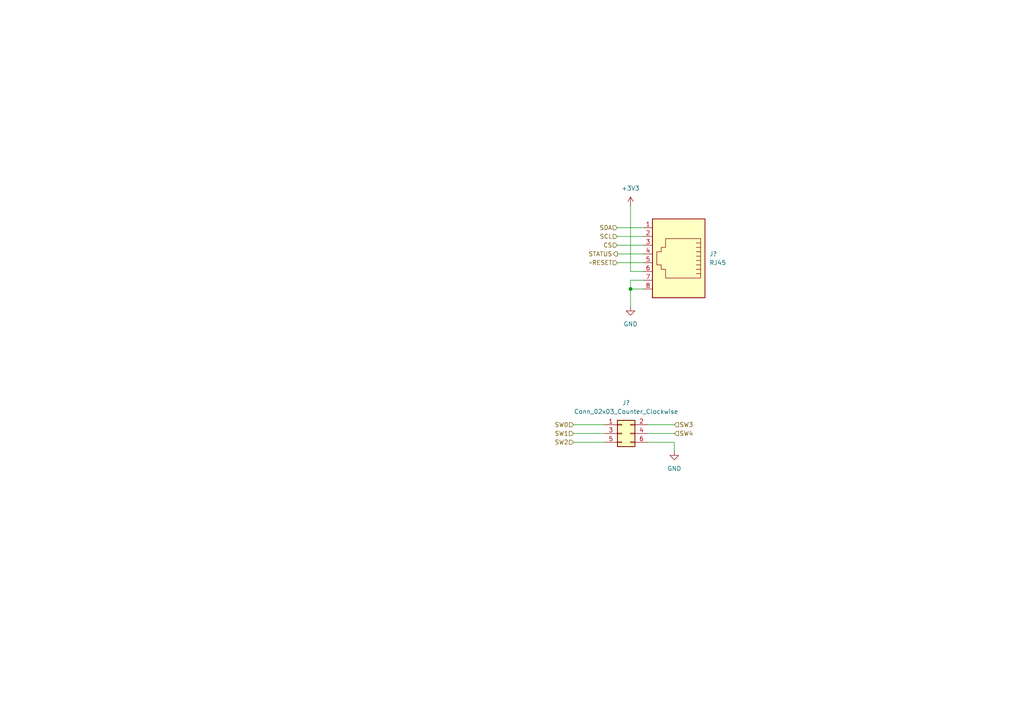
<source format=kicad_sch>
(kicad_sch (version 20211123) (generator eeschema)
  (paper "A4")
  (title_block (title "Irish Coffee Unlimited - Main") (date "2022-03-16") (rev "1") (company "DTUEliten"))
  (lib_symbols
    (symbol "Connector:RJ45" (pin_names (offset 1.016))
      (property "Reference" "J" (at -5.08 13.97 0))
      (property "Value" "RJ45" (at 2.54 13.97 0))
      (symbol "RJ45_0_1"
        (polyline (pts (xy -5.08 4.445) (xy -6.35 4.445)))
        (polyline (pts (xy -5.08 5.715) (xy -6.35 5.715)))
        (polyline (pts (xy -6.35 -3.175) (xy -5.08 -3.175) (xy -5.08 -3.175)))
        (polyline (pts (xy -6.35 -1.905) (xy -5.08 -1.905) (xy -5.08 -1.905)))
        (polyline (pts (xy -6.35 -0.635) (xy -5.08 -0.635) (xy -5.08 -0.635)))
        (polyline (pts (xy -6.35 0.635) (xy -5.08 0.635) (xy -5.08 0.635)))
        (polyline (pts (xy -6.35 1.905) (xy -5.08 1.905) (xy -5.08 1.905)))
        (polyline (pts (xy -5.08 3.175) (xy -6.35 3.175) (xy -6.35 3.175)))
        (polyline (pts (xy -6.35 -4.445) (xy -6.35 6.985) (xy 3.81 6.985) (xy 3.81 4.445) (xy 5.08 4.445) (xy 5.08 3.175) (xy 6.35 3.175) (xy 6.35 -0.635) (xy 5.08 -0.635) (xy 5.08 -1.905) (xy 3.81 -1.905) (xy 3.81 -4.445) (xy -6.35 -4.445) (xy -6.35 -4.445)))
        (rectangle (start 7.62 12.7) (end -7.62 -10.16) (stroke (width 0.254)) (fill (type background)))
      )
      (symbol "RJ45_1_1"
        (pin passive line (at 10.16 -7.62 180) (length 2.54) (name "~") (number "1"))
        (pin passive line (at 10.16 -5.08 180) (length 2.54) (name "~") (number "2"))
        (pin passive line (at 10.16 -2.54 180) (length 2.54) (name "~") (number "3"))
        (pin passive line (at 10.16 0 180) (length 2.54) (name "~") (number "4"))
        (pin passive line (at 10.16 2.54 180) (length 2.54) (name "~") (number "5"))
        (pin passive line (at 10.16 5.08 180) (length 2.54) (name "~") (number "6"))
        (pin passive line (at 10.16 7.62 180) (length 2.54) (name "~") (number "7"))
        (pin passive line (at 10.16 10.16 180) (length 2.54) (name "~") (number "8"))
      )
    )
    (symbol "Connector_Generic:Conn_02x03_Odd_Even" (pin_names (offset 1.016) hide)
      (property "Reference" "J" (at 1.27 5.08 0))
      (property "Value" "Conn_02x03_Odd_Even" (at 1.27 -5.08 0))
      (symbol "Conn_02x03_Odd_Even_1_1"
        (rectangle (start -1.27 -2.413) (end 0 -2.667) (stroke (width 0.1524)))
        (rectangle (start -1.27 0.127) (end 0 -0.127) (stroke (width 0.1524)))
        (rectangle (start -1.27 2.667) (end 0 2.413) (stroke (width 0.1524)))
        (rectangle (start -1.27 3.81) (end 3.81 -3.81) (stroke (width 0.254)) (fill (type background)))
        (rectangle (start 3.81 -2.413) (end 2.54 -2.667) (stroke (width 0.1524)))
        (rectangle (start 3.81 0.127) (end 2.54 -0.127) (stroke (width 0.1524)))
        (rectangle (start 3.81 2.667) (end 2.54 2.413) (stroke (width 0.1524)))
        (pin passive line (at -5.08 2.54 0) (length 3.81) (name "Pin_1") (number "1"))
        (pin passive line (at 7.62 2.54 180) (length 3.81) (name "Pin_2") (number "2"))
        (pin passive line (at -5.08 0 0) (length 3.81) (name "Pin_3") (number "3"))
        (pin passive line (at 7.62 0 180) (length 3.81) (name "Pin_4") (number "4"))
        (pin passive line (at -5.08 -2.54 0) (length 3.81) (name "Pin_5") (number "5"))
        (pin passive line (at 7.62 -2.54 180) (length 3.81) (name "Pin_6") (number "6"))
      )
    )
    (symbol "power:+3V3" (power) (pin_names (offset 0))
      (property "Value" "+3V3" (at 0 3.556 0))
      (symbol "+3V3_0_1"
        (polyline (pts (xy -0.762 1.27) (xy 0 2.54)))
        (polyline (pts (xy 0 0) (xy 0 2.54)))
        (polyline (pts (xy 0 2.54) (xy 0.762 1.27)))
      )
      (symbol "+3V3_1_1"
        (pin power_in line (at 0 0 90) (length 0) hide (name "+3V3") (number "1"))
      )
    )
    (symbol "power:GND" (power) (pin_names (offset 0))
      (property "Value" "GND" (at 0 -3.81 0))
      (symbol "GND_0_1"
        (polyline (pts (xy 0 0) (xy 0 -1.27) (xy 1.27 -1.27) (xy 0 -2.54) (xy -1.27 -1.27) (xy 0 -1.27)))
      )
      (symbol "GND_1_1"
        (pin power_in line (at 0 0 270) (length 0) hide (name "GND") (number "1"))
      )
    )
  )
  (junction (at 182.88 83.82))
  (wire (pts (xy 179.07 73.66) (xy 186.69 73.66)))
  (wire (pts (xy 182.88 59.69) (xy 182.88 78.74)))
  (wire (pts (xy 187.96 123.19) (xy 195.58 123.19)))
  (wire (pts (xy 182.88 81.28) (xy 182.88 83.82)))
  (wire (pts (xy 186.69 81.28) (xy 182.88 81.28)))
  (wire (pts (xy 166.37 123.19) (xy 175.26 123.19)))
  (wire (pts (xy 179.07 71.12) (xy 186.69 71.12)))
  (wire (pts (xy 166.37 128.27) (xy 175.26 128.27)))
  (wire (pts (xy 182.88 83.82) (xy 186.69 83.82)))
  (wire (pts (xy 179.07 66.04) (xy 186.69 66.04)))
  (wire (pts (xy 182.88 83.82) (xy 182.88 88.9)))
  (wire (pts (xy 179.07 76.2) (xy 186.69 76.2)))
  (wire (pts (xy 195.58 128.27) (xy 187.96 128.27)))
  (wire (pts (xy 182.88 78.74) (xy 186.69 78.74)))
  (wire (pts (xy 166.37 125.73) (xy 175.26 125.73)))
  (wire (pts (xy 179.07 68.58) (xy 186.69 68.58)))
  (wire (pts (xy 195.58 130.81) (xy 195.58 128.27)))
  (wire (pts (xy 187.96 125.73) (xy 195.58 125.73)))
  (hierarchical_label "CS" (shape input) (at 179.07 71.12 180))
  (hierarchical_label "SW1" (shape input) (at 166.37 125.73 180))
  (hierarchical_label "SDA" (shape input) (at 179.07 66.04 180))
  (hierarchical_label "STATUS" (shape output) (at 179.07 73.66 180))
  (hierarchical_label "~RESET" (shape input) (at 179.07 76.2 180))
  (hierarchical_label "SW0" (shape input) (at 166.37 123.19 180))
  (hierarchical_label "SW3" (shape input) (at 195.58 123.19 0))
  (hierarchical_label "SW4" (shape input) (at 195.58 125.73 0))
  (hierarchical_label "SCL" (shape input) (at 179.07 68.58 180))
  (hierarchical_label "SW2" (shape input) (at 166.37 128.27 180))
  (symbol (lib_id "power:+3V3") (at 182.88 59.69 0) (unit 1)
    (property "Reference" "#PWR?" (effects hide))
    (property "Value" "+3V3" (at 182.88 54.61 0))
  )
  (symbol (lib_id "Connector:RJ45") (at 196.85 73.66 180) (unit 1)
    (property "Reference" "J?" (at 205.74 73.6599 0) (effects (justify right)))
    (property "Value" "RJ45" (at 205.74 76.1999 0) (effects (justify right)))
    (property "Footprint" "Connector_RJ:RJ45_Amphenol_54602-x08_Horizontal" (effects hide))
  )
  (symbol (lib_id "Connector_Generic:Conn_02x03_Odd_Even") (at 180.34 125.73 0) (unit 1)
    (property "Reference" "J?" (at 181.61 116.84 0))
    (property "Value" "Conn_02x03_Counter_Clockwise" (at 181.61 119.38 0))
  )
  (symbol (lib_id "power:GND") (at 182.88 88.9 0) (unit 1)
    (property "Reference" "#PWR?" (effects hide))
    (property "Value" "GND" (at 182.88 93.98 0))
  )
  (symbol (lib_id "power:GND") (at 195.58 130.81 0) (unit 1)
    (property "Reference" "#PWR?" (effects hide))
    (property "Value" "GND" (at 195.58 135.89 0))
  )
)
</source>
